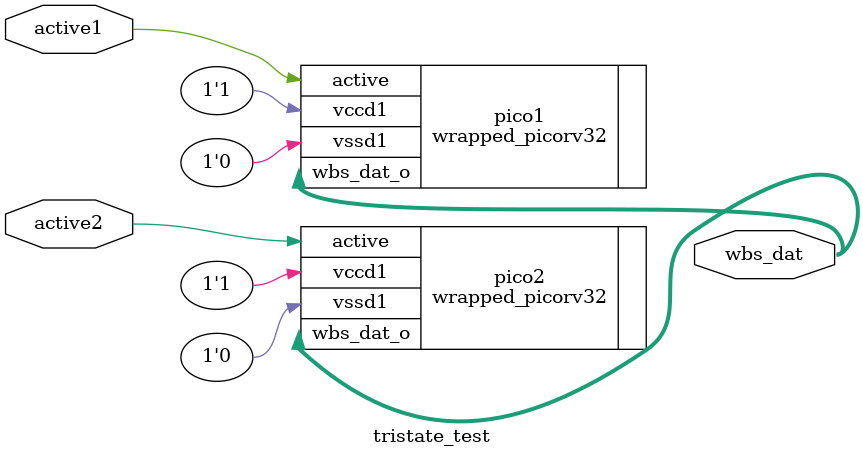
<source format=v>
`default_nettype none
module tristate_test(input wire active1, input wire active2, output wire [31:0] wbs_dat);

    wrapped_picorv32 pico1(
        .active(active1),
        .vccd1(1'b1),
        .vssd1(1'b0),
        .wbs_dat_o(wbs_dat)
        );

    wrapped_picorv32 pico2(
        .active(active2),
        .vccd1(1'b1),
        .vssd1(1'b0),
        .wbs_dat_o(wbs_dat)
        );

    `ifdef FORMAL
        always @(*)
            assume(active1 + active2 <= 1);
    `endif

endmodule

</source>
